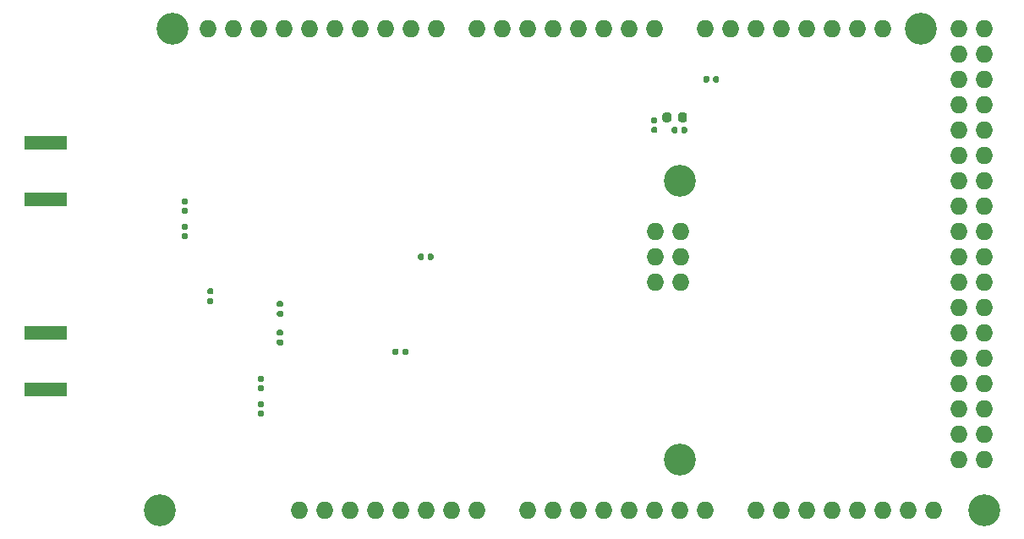
<source format=gbr>
%TF.GenerationSoftware,KiCad,Pcbnew,5.1.6*%
%TF.CreationDate,2020-09-04T11:32:19-04:00*%
%TF.ProjectId,rf-analyzer,72662d61-6e61-46c7-997a-65722e6b6963,rev?*%
%TF.SameCoordinates,Original*%
%TF.FileFunction,Soldermask,Bot*%
%TF.FilePolarity,Negative*%
%FSLAX46Y46*%
G04 Gerber Fmt 4.6, Leading zero omitted, Abs format (unit mm)*
G04 Created by KiCad (PCBNEW 5.1.6) date 2020-09-04 11:32:19*
%MOMM*%
%LPD*%
G01*
G04 APERTURE LIST*
%ADD10O,1.727200X1.727200*%
%ADD11C,3.200000*%
%ADD12R,4.200000X1.350000*%
G04 APERTURE END LIST*
%TO.C,C31*%
G36*
G01*
X124632500Y-119190000D02*
X124287500Y-119190000D01*
G75*
G02*
X124140000Y-119042500I0J147500D01*
G01*
X124140000Y-118747500D01*
G75*
G02*
X124287500Y-118600000I147500J0D01*
G01*
X124632500Y-118600000D01*
G75*
G02*
X124780000Y-118747500I0J-147500D01*
G01*
X124780000Y-119042500D01*
G75*
G02*
X124632500Y-119190000I-147500J0D01*
G01*
G37*
G36*
G01*
X124632500Y-120160000D02*
X124287500Y-120160000D01*
G75*
G02*
X124140000Y-120012500I0J147500D01*
G01*
X124140000Y-119717500D01*
G75*
G02*
X124287500Y-119570000I147500J0D01*
G01*
X124632500Y-119570000D01*
G75*
G02*
X124780000Y-119717500I0J-147500D01*
G01*
X124780000Y-120012500D01*
G75*
G02*
X124632500Y-120160000I-147500J0D01*
G01*
G37*
%TD*%
%TO.C,C30*%
G36*
G01*
X124287500Y-117030000D02*
X124632500Y-117030000D01*
G75*
G02*
X124780000Y-117177500I0J-147500D01*
G01*
X124780000Y-117472500D01*
G75*
G02*
X124632500Y-117620000I-147500J0D01*
G01*
X124287500Y-117620000D01*
G75*
G02*
X124140000Y-117472500I0J147500D01*
G01*
X124140000Y-117177500D01*
G75*
G02*
X124287500Y-117030000I147500J0D01*
G01*
G37*
G36*
G01*
X124287500Y-116060000D02*
X124632500Y-116060000D01*
G75*
G02*
X124780000Y-116207500I0J-147500D01*
G01*
X124780000Y-116502500D01*
G75*
G02*
X124632500Y-116650000I-147500J0D01*
G01*
X124287500Y-116650000D01*
G75*
G02*
X124140000Y-116502500I0J147500D01*
G01*
X124140000Y-116207500D01*
G75*
G02*
X124287500Y-116060000I147500J0D01*
G01*
G37*
%TD*%
D10*
%TO.C,XA1*%
X163957000Y-101600000D03*
X196850000Y-124460000D03*
X194310000Y-124460000D03*
X196850000Y-121920000D03*
X194310000Y-121920000D03*
X196850000Y-119380000D03*
X194310000Y-119380000D03*
X196850000Y-116840000D03*
X194310000Y-116840000D03*
X196850000Y-114300000D03*
X194310000Y-114300000D03*
X196850000Y-111760000D03*
X194310000Y-111760000D03*
X196850000Y-109220000D03*
X194310000Y-109220000D03*
X196850000Y-106680000D03*
X194310000Y-106680000D03*
X196850000Y-104140000D03*
X194310000Y-104140000D03*
X196850000Y-101600000D03*
X194310000Y-101600000D03*
X196850000Y-99060000D03*
X194310000Y-99060000D03*
X196850000Y-96520000D03*
X194310000Y-96520000D03*
X196850000Y-93980000D03*
X194310000Y-93980000D03*
X196850000Y-91440000D03*
X194310000Y-91440000D03*
X196850000Y-88900000D03*
X194310000Y-88900000D03*
X196850000Y-86360000D03*
X194310000Y-86360000D03*
X196850000Y-83820000D03*
X194310000Y-83820000D03*
X196850000Y-81280000D03*
X194310000Y-81280000D03*
X191770000Y-129540000D03*
X189230000Y-129540000D03*
X186690000Y-129540000D03*
X184150000Y-129540000D03*
X181610000Y-129540000D03*
X179070000Y-129540000D03*
X176530000Y-129540000D03*
X173990000Y-129540000D03*
X168910000Y-129540000D03*
X166370000Y-129540000D03*
X163830000Y-129540000D03*
X161290000Y-129540000D03*
X158750000Y-129540000D03*
X156210000Y-129540000D03*
X153670000Y-129540000D03*
X128270000Y-129540000D03*
X134366000Y-81280000D03*
X131826000Y-81280000D03*
X129286000Y-81280000D03*
X124206000Y-81280000D03*
X121666000Y-81280000D03*
X119126000Y-81280000D03*
D11*
X114300000Y-129540000D03*
X196850000Y-129540000D03*
X115570000Y-81280000D03*
X190500000Y-81280000D03*
X166370000Y-96520000D03*
X166370000Y-124460000D03*
D10*
X136906000Y-81280000D03*
X139446000Y-81280000D03*
X141986000Y-81280000D03*
X126746000Y-81280000D03*
X146050000Y-81280000D03*
X148590000Y-81280000D03*
X151130000Y-81280000D03*
X153670000Y-81280000D03*
X156210000Y-81280000D03*
X158750000Y-81280000D03*
X161290000Y-81280000D03*
X163830000Y-81280000D03*
X168910000Y-81280000D03*
X171450000Y-81280000D03*
X173990000Y-81280000D03*
X176530000Y-81280000D03*
X179070000Y-81280000D03*
X181610000Y-81280000D03*
X184150000Y-81280000D03*
X186690000Y-81280000D03*
X130810000Y-129540000D03*
X133350000Y-129540000D03*
X135890000Y-129540000D03*
X138430000Y-129540000D03*
X140970000Y-129540000D03*
X143510000Y-129540000D03*
X146050000Y-129540000D03*
X151130000Y-129540000D03*
X166497000Y-101600000D03*
X163957000Y-104140000D03*
X166497000Y-104140000D03*
X166497000Y-106680000D03*
X163957000Y-106680000D03*
%TD*%
D12*
%TO.C,J3*%
X102870000Y-98360000D03*
X102870000Y-92710000D03*
%TD*%
%TO.C,J1*%
X102870000Y-117410000D03*
X102870000Y-111760000D03*
%TD*%
%TO.C,C27*%
G36*
G01*
X163657500Y-91145000D02*
X164002500Y-91145000D01*
G75*
G02*
X164150000Y-91292500I0J-147500D01*
G01*
X164150000Y-91587500D01*
G75*
G02*
X164002500Y-91735000I-147500J0D01*
G01*
X163657500Y-91735000D01*
G75*
G02*
X163510000Y-91587500I0J147500D01*
G01*
X163510000Y-91292500D01*
G75*
G02*
X163657500Y-91145000I147500J0D01*
G01*
G37*
G36*
G01*
X163657500Y-90175000D02*
X164002500Y-90175000D01*
G75*
G02*
X164150000Y-90322500I0J-147500D01*
G01*
X164150000Y-90617500D01*
G75*
G02*
X164002500Y-90765000I-147500J0D01*
G01*
X163657500Y-90765000D01*
G75*
G02*
X163510000Y-90617500I0J147500D01*
G01*
X163510000Y-90322500D01*
G75*
G02*
X163657500Y-90175000I147500J0D01*
G01*
G37*
%TD*%
%TO.C,C26*%
G36*
G01*
X166237500Y-90426250D02*
X166237500Y-89913750D01*
G75*
G02*
X166456250Y-89695000I218750J0D01*
G01*
X166893750Y-89695000D01*
G75*
G02*
X167112500Y-89913750I0J-218750D01*
G01*
X167112500Y-90426250D01*
G75*
G02*
X166893750Y-90645000I-218750J0D01*
G01*
X166456250Y-90645000D01*
G75*
G02*
X166237500Y-90426250I0J218750D01*
G01*
G37*
G36*
G01*
X164662500Y-90426250D02*
X164662500Y-89913750D01*
G75*
G02*
X164881250Y-89695000I218750J0D01*
G01*
X165318750Y-89695000D01*
G75*
G02*
X165537500Y-89913750I0J-218750D01*
G01*
X165537500Y-90426250D01*
G75*
G02*
X165318750Y-90645000I-218750J0D01*
G01*
X164881250Y-90645000D01*
G75*
G02*
X164662500Y-90426250I0J218750D01*
G01*
G37*
%TD*%
%TO.C,C22*%
G36*
G01*
X166560000Y-91612500D02*
X166560000Y-91267500D01*
G75*
G02*
X166707500Y-91120000I147500J0D01*
G01*
X167002500Y-91120000D01*
G75*
G02*
X167150000Y-91267500I0J-147500D01*
G01*
X167150000Y-91612500D01*
G75*
G02*
X167002500Y-91760000I-147500J0D01*
G01*
X166707500Y-91760000D01*
G75*
G02*
X166560000Y-91612500I0J147500D01*
G01*
G37*
G36*
G01*
X165590000Y-91612500D02*
X165590000Y-91267500D01*
G75*
G02*
X165737500Y-91120000I147500J0D01*
G01*
X166032500Y-91120000D01*
G75*
G02*
X166180000Y-91267500I0J-147500D01*
G01*
X166180000Y-91612500D01*
G75*
G02*
X166032500Y-91760000I-147500J0D01*
G01*
X165737500Y-91760000D01*
G75*
G02*
X165590000Y-91612500I0J147500D01*
G01*
G37*
%TD*%
%TO.C,C21*%
G36*
G01*
X169355000Y-86187500D02*
X169355000Y-86532500D01*
G75*
G02*
X169207500Y-86680000I-147500J0D01*
G01*
X168912500Y-86680000D01*
G75*
G02*
X168765000Y-86532500I0J147500D01*
G01*
X168765000Y-86187500D01*
G75*
G02*
X168912500Y-86040000I147500J0D01*
G01*
X169207500Y-86040000D01*
G75*
G02*
X169355000Y-86187500I0J-147500D01*
G01*
G37*
G36*
G01*
X170325000Y-86187500D02*
X170325000Y-86532500D01*
G75*
G02*
X170177500Y-86680000I-147500J0D01*
G01*
X169882500Y-86680000D01*
G75*
G02*
X169735000Y-86532500I0J147500D01*
G01*
X169735000Y-86187500D01*
G75*
G02*
X169882500Y-86040000I147500J0D01*
G01*
X170177500Y-86040000D01*
G75*
G02*
X170325000Y-86187500I0J-147500D01*
G01*
G37*
%TD*%
%TO.C,C20*%
G36*
G01*
X119207500Y-108290000D02*
X119552500Y-108290000D01*
G75*
G02*
X119700000Y-108437500I0J-147500D01*
G01*
X119700000Y-108732500D01*
G75*
G02*
X119552500Y-108880000I-147500J0D01*
G01*
X119207500Y-108880000D01*
G75*
G02*
X119060000Y-108732500I0J147500D01*
G01*
X119060000Y-108437500D01*
G75*
G02*
X119207500Y-108290000I147500J0D01*
G01*
G37*
G36*
G01*
X119207500Y-107320000D02*
X119552500Y-107320000D01*
G75*
G02*
X119700000Y-107467500I0J-147500D01*
G01*
X119700000Y-107762500D01*
G75*
G02*
X119552500Y-107910000I-147500J0D01*
G01*
X119207500Y-107910000D01*
G75*
G02*
X119060000Y-107762500I0J147500D01*
G01*
X119060000Y-107467500D01*
G75*
G02*
X119207500Y-107320000I147500J0D01*
G01*
G37*
%TD*%
%TO.C,C17*%
G36*
G01*
X140780000Y-103967500D02*
X140780000Y-104312500D01*
G75*
G02*
X140632500Y-104460000I-147500J0D01*
G01*
X140337500Y-104460000D01*
G75*
G02*
X140190000Y-104312500I0J147500D01*
G01*
X140190000Y-103967500D01*
G75*
G02*
X140337500Y-103820000I147500J0D01*
G01*
X140632500Y-103820000D01*
G75*
G02*
X140780000Y-103967500I0J-147500D01*
G01*
G37*
G36*
G01*
X141750000Y-103967500D02*
X141750000Y-104312500D01*
G75*
G02*
X141602500Y-104460000I-147500J0D01*
G01*
X141307500Y-104460000D01*
G75*
G02*
X141160000Y-104312500I0J147500D01*
G01*
X141160000Y-103967500D01*
G75*
G02*
X141307500Y-103820000I147500J0D01*
G01*
X141602500Y-103820000D01*
G75*
G02*
X141750000Y-103967500I0J-147500D01*
G01*
G37*
%TD*%
%TO.C,C14*%
G36*
G01*
X138620000Y-113837500D02*
X138620000Y-113492500D01*
G75*
G02*
X138767500Y-113345000I147500J0D01*
G01*
X139062500Y-113345000D01*
G75*
G02*
X139210000Y-113492500I0J-147500D01*
G01*
X139210000Y-113837500D01*
G75*
G02*
X139062500Y-113985000I-147500J0D01*
G01*
X138767500Y-113985000D01*
G75*
G02*
X138620000Y-113837500I0J147500D01*
G01*
G37*
G36*
G01*
X137650000Y-113837500D02*
X137650000Y-113492500D01*
G75*
G02*
X137797500Y-113345000I147500J0D01*
G01*
X138092500Y-113345000D01*
G75*
G02*
X138240000Y-113492500I0J-147500D01*
G01*
X138240000Y-113837500D01*
G75*
G02*
X138092500Y-113985000I-147500J0D01*
G01*
X137797500Y-113985000D01*
G75*
G02*
X137650000Y-113837500I0J147500D01*
G01*
G37*
%TD*%
%TO.C,C9*%
G36*
G01*
X126192500Y-109560000D02*
X126537500Y-109560000D01*
G75*
G02*
X126685000Y-109707500I0J-147500D01*
G01*
X126685000Y-110002500D01*
G75*
G02*
X126537500Y-110150000I-147500J0D01*
G01*
X126192500Y-110150000D01*
G75*
G02*
X126045000Y-110002500I0J147500D01*
G01*
X126045000Y-109707500D01*
G75*
G02*
X126192500Y-109560000I147500J0D01*
G01*
G37*
G36*
G01*
X126192500Y-108590000D02*
X126537500Y-108590000D01*
G75*
G02*
X126685000Y-108737500I0J-147500D01*
G01*
X126685000Y-109032500D01*
G75*
G02*
X126537500Y-109180000I-147500J0D01*
G01*
X126192500Y-109180000D01*
G75*
G02*
X126045000Y-109032500I0J147500D01*
G01*
X126045000Y-108737500D01*
G75*
G02*
X126192500Y-108590000I147500J0D01*
G01*
G37*
%TD*%
%TO.C,C8*%
G36*
G01*
X126537500Y-112055000D02*
X126192500Y-112055000D01*
G75*
G02*
X126045000Y-111907500I0J147500D01*
G01*
X126045000Y-111612500D01*
G75*
G02*
X126192500Y-111465000I147500J0D01*
G01*
X126537500Y-111465000D01*
G75*
G02*
X126685000Y-111612500I0J-147500D01*
G01*
X126685000Y-111907500D01*
G75*
G02*
X126537500Y-112055000I-147500J0D01*
G01*
G37*
G36*
G01*
X126537500Y-113025000D02*
X126192500Y-113025000D01*
G75*
G02*
X126045000Y-112877500I0J147500D01*
G01*
X126045000Y-112582500D01*
G75*
G02*
X126192500Y-112435000I147500J0D01*
G01*
X126537500Y-112435000D01*
G75*
G02*
X126685000Y-112582500I0J-147500D01*
G01*
X126685000Y-112877500D01*
G75*
G02*
X126537500Y-113025000I-147500J0D01*
G01*
G37*
%TD*%
%TO.C,C5*%
G36*
G01*
X117012500Y-101410000D02*
X116667500Y-101410000D01*
G75*
G02*
X116520000Y-101262500I0J147500D01*
G01*
X116520000Y-100967500D01*
G75*
G02*
X116667500Y-100820000I147500J0D01*
G01*
X117012500Y-100820000D01*
G75*
G02*
X117160000Y-100967500I0J-147500D01*
G01*
X117160000Y-101262500D01*
G75*
G02*
X117012500Y-101410000I-147500J0D01*
G01*
G37*
G36*
G01*
X117012500Y-102380000D02*
X116667500Y-102380000D01*
G75*
G02*
X116520000Y-102232500I0J147500D01*
G01*
X116520000Y-101937500D01*
G75*
G02*
X116667500Y-101790000I147500J0D01*
G01*
X117012500Y-101790000D01*
G75*
G02*
X117160000Y-101937500I0J-147500D01*
G01*
X117160000Y-102232500D01*
G75*
G02*
X117012500Y-102380000I-147500J0D01*
G01*
G37*
%TD*%
%TO.C,C4*%
G36*
G01*
X116667500Y-99250000D02*
X117012500Y-99250000D01*
G75*
G02*
X117160000Y-99397500I0J-147500D01*
G01*
X117160000Y-99692500D01*
G75*
G02*
X117012500Y-99840000I-147500J0D01*
G01*
X116667500Y-99840000D01*
G75*
G02*
X116520000Y-99692500I0J147500D01*
G01*
X116520000Y-99397500D01*
G75*
G02*
X116667500Y-99250000I147500J0D01*
G01*
G37*
G36*
G01*
X116667500Y-98280000D02*
X117012500Y-98280000D01*
G75*
G02*
X117160000Y-98427500I0J-147500D01*
G01*
X117160000Y-98722500D01*
G75*
G02*
X117012500Y-98870000I-147500J0D01*
G01*
X116667500Y-98870000D01*
G75*
G02*
X116520000Y-98722500I0J147500D01*
G01*
X116520000Y-98427500D01*
G75*
G02*
X116667500Y-98280000I147500J0D01*
G01*
G37*
%TD*%
M02*

</source>
